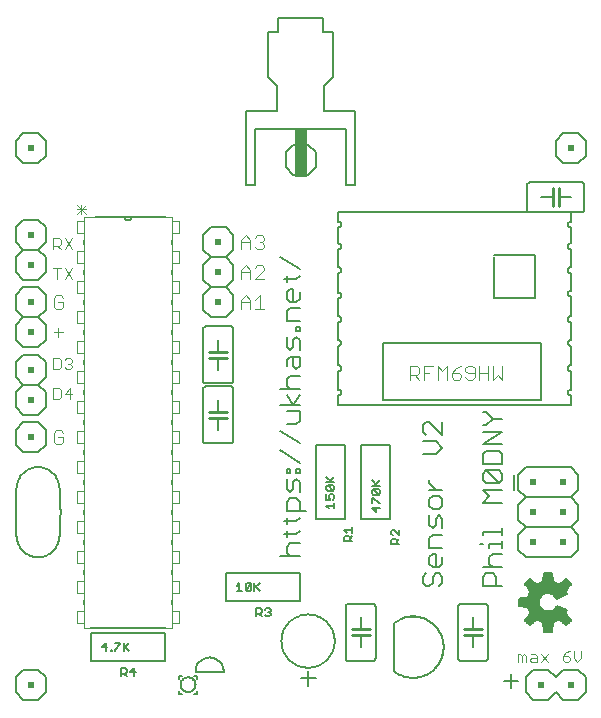
<source format=gto>
G75*
%MOIN*%
%OFA0B0*%
%FSLAX24Y24*%
%IPPOS*%
%LPD*%
%AMOC8*
5,1,8,0,0,1.08239X$1,22.5*
%
%ADD10C,0.0060*%
%ADD11C,0.0030*%
%ADD12C,0.0040*%
%ADD13C,0.0050*%
%ADD14C,0.0080*%
%ADD15R,0.0200X0.0200*%
%ADD16C,0.0000*%
%ADD17C,0.0100*%
%ADD18R,0.0394X0.1604*%
%ADD19C,0.0059*%
D10*
X003420Y003830D02*
X005940Y003830D01*
X006160Y004610D02*
X006160Y004750D01*
X006160Y005610D02*
X006160Y005750D01*
X006160Y006610D02*
X006160Y006750D01*
X006160Y007610D02*
X006160Y007750D01*
X006160Y008610D02*
X006160Y008750D01*
X006160Y009610D02*
X006160Y009750D01*
X006160Y010610D02*
X006160Y010750D01*
X006160Y011610D02*
X006160Y011750D01*
X006160Y012610D02*
X006160Y012750D01*
X006160Y013610D02*
X006160Y013750D01*
X006160Y014610D02*
X006160Y014750D01*
X006160Y015610D02*
X006160Y015750D01*
X006160Y016610D02*
X006160Y016750D01*
X005940Y017530D02*
X004800Y017530D01*
X004560Y017530D01*
X003590Y017530D01*
X003200Y016750D02*
X003200Y016610D01*
X003200Y015750D02*
X003200Y015610D01*
X003200Y014750D02*
X003200Y014610D01*
X003200Y013750D02*
X003200Y013610D01*
X003200Y012750D02*
X003200Y012610D01*
X003200Y011750D02*
X003200Y011610D01*
X003200Y010750D02*
X003200Y010610D01*
X003200Y009750D02*
X003200Y009610D01*
X003200Y008750D02*
X003200Y008610D01*
X003200Y007750D02*
X003200Y007610D01*
X003200Y006750D02*
X003200Y006610D01*
X003200Y005750D02*
X003200Y005610D01*
X003200Y004750D02*
X003200Y004610D01*
X006380Y002230D02*
X006380Y002130D01*
X006380Y002230D02*
X006480Y002230D01*
X006430Y001930D02*
X006432Y001961D01*
X006438Y001992D01*
X006448Y002022D01*
X006461Y002050D01*
X006478Y002077D01*
X006498Y002101D01*
X006521Y002123D01*
X006546Y002141D01*
X006574Y002156D01*
X006603Y002168D01*
X006633Y002176D01*
X006664Y002180D01*
X006696Y002180D01*
X006727Y002176D01*
X006757Y002168D01*
X006786Y002156D01*
X006814Y002141D01*
X006839Y002123D01*
X006862Y002101D01*
X006882Y002077D01*
X006899Y002050D01*
X006912Y002022D01*
X006922Y001992D01*
X006928Y001961D01*
X006930Y001930D01*
X006928Y001899D01*
X006922Y001868D01*
X006912Y001838D01*
X006899Y001810D01*
X006882Y001783D01*
X006862Y001759D01*
X006839Y001737D01*
X006814Y001719D01*
X006786Y001704D01*
X006757Y001692D01*
X006727Y001684D01*
X006696Y001680D01*
X006664Y001680D01*
X006633Y001684D01*
X006603Y001692D01*
X006574Y001704D01*
X006546Y001719D01*
X006521Y001737D01*
X006498Y001759D01*
X006478Y001783D01*
X006461Y001810D01*
X006448Y001838D01*
X006438Y001868D01*
X006432Y001899D01*
X006430Y001930D01*
X006380Y001730D02*
X006380Y001630D01*
X006480Y001630D01*
X006880Y001630D02*
X006980Y001630D01*
X006980Y001730D01*
X006980Y002130D02*
X006980Y002230D01*
X006880Y002230D01*
X010430Y002150D02*
X010930Y002150D01*
X010430Y002150D01*
X010680Y001900D02*
X010680Y002400D01*
X010680Y001900D01*
X011930Y002830D02*
X011930Y004530D01*
X011932Y004547D01*
X011936Y004564D01*
X011943Y004580D01*
X011953Y004594D01*
X011966Y004607D01*
X011980Y004617D01*
X011996Y004624D01*
X012013Y004628D01*
X012030Y004630D01*
X012830Y004630D01*
X012847Y004628D01*
X012864Y004624D01*
X012880Y004617D01*
X012894Y004607D01*
X012907Y004594D01*
X012917Y004580D01*
X012924Y004564D01*
X012928Y004547D01*
X012930Y004530D01*
X012930Y002830D01*
X012928Y002813D01*
X012924Y002796D01*
X012917Y002780D01*
X012907Y002766D01*
X012894Y002753D01*
X012880Y002743D01*
X012864Y002736D01*
X012847Y002732D01*
X012830Y002730D01*
X012030Y002730D01*
X012013Y002732D01*
X011996Y002736D01*
X011980Y002743D01*
X011966Y002753D01*
X011953Y002766D01*
X011943Y002780D01*
X011936Y002796D01*
X011932Y002813D01*
X011930Y002830D01*
X012430Y003180D02*
X012430Y003530D01*
X012430Y003580D01*
X012430Y003780D02*
X012430Y003830D01*
X012430Y004180D01*
X013560Y003990D02*
X013560Y002370D01*
X013560Y003090D02*
X013560Y003250D01*
X013740Y004110D02*
X013798Y004136D01*
X013857Y004157D01*
X013918Y004175D01*
X013979Y004189D01*
X014042Y004199D01*
X014104Y004205D01*
X014168Y004208D01*
X014231Y004207D01*
X014294Y004201D01*
X014356Y004192D01*
X014418Y004179D01*
X014479Y004162D01*
X014539Y004142D01*
X014597Y004118D01*
X014654Y004090D01*
X014709Y004059D01*
X014761Y004024D01*
X014812Y003986D01*
X014860Y003946D01*
X014906Y003902D01*
X014949Y003856D01*
X014989Y003807D01*
X015026Y003755D01*
X015059Y003702D01*
X015090Y003647D01*
X015116Y003589D01*
X015140Y003531D01*
X015159Y003471D01*
X015175Y003409D01*
X015187Y003347D01*
X015195Y003285D01*
X015199Y003222D01*
X015200Y003159D01*
X015196Y003096D01*
X015189Y003033D01*
X015178Y002971D01*
X015162Y002909D01*
X015144Y002849D01*
X015121Y002790D01*
X015095Y002732D01*
X015065Y002677D01*
X015033Y002623D01*
X014996Y002571D01*
X014957Y002522D01*
X014915Y002475D01*
X014870Y002431D01*
X014822Y002389D01*
X014772Y002351D01*
X014719Y002316D01*
X014664Y002284D01*
X014608Y002256D01*
X014550Y002231D01*
X014491Y002210D01*
X014430Y002192D01*
X014368Y002178D01*
X014306Y002168D01*
X014243Y002162D01*
X014180Y002160D01*
X013560Y002370D02*
X013612Y002333D01*
X013665Y002300D01*
X013720Y002269D01*
X013778Y002243D01*
X013836Y002219D01*
X013896Y002200D01*
X013957Y002184D01*
X014019Y002172D01*
X014082Y002164D01*
X014145Y002160D01*
X014208Y002159D01*
X014271Y002163D01*
X014334Y002170D01*
X014396Y002182D01*
X014457Y002197D01*
X014517Y002216D01*
X014576Y002238D01*
X014634Y002264D01*
X014689Y002294D01*
X014743Y002327D01*
X014795Y002363D01*
X014844Y002403D01*
X014891Y002445D01*
X014935Y002490D01*
X014976Y002538D01*
X015014Y002588D01*
X015049Y002641D01*
X015081Y002695D01*
X015109Y002752D01*
X015134Y002810D01*
X015155Y002869D01*
X015172Y002930D01*
X015185Y002992D01*
X015195Y003054D01*
X015201Y003117D01*
X015203Y003180D01*
X015201Y003243D01*
X015195Y003306D01*
X015185Y003368D01*
X015172Y003430D01*
X015155Y003491D01*
X015134Y003550D01*
X015109Y003608D01*
X015081Y003665D01*
X015049Y003719D01*
X015014Y003772D01*
X014976Y003822D01*
X014935Y003870D01*
X014891Y003915D01*
X014844Y003957D01*
X014795Y003997D01*
X014743Y004033D01*
X014689Y004066D01*
X014634Y004096D01*
X014576Y004122D01*
X014517Y004144D01*
X014457Y004163D01*
X014396Y004178D01*
X014334Y004190D01*
X014271Y004197D01*
X014208Y004201D01*
X014145Y004200D01*
X014082Y004196D01*
X014019Y004188D01*
X013957Y004176D01*
X013896Y004160D01*
X013836Y004141D01*
X013778Y004117D01*
X013720Y004091D01*
X013665Y004060D01*
X013612Y004027D01*
X013560Y003990D01*
X013730Y002260D02*
X013784Y002237D01*
X013838Y002217D01*
X013894Y002200D01*
X013950Y002185D01*
X014007Y002174D01*
X014065Y002166D01*
X014122Y002162D01*
X014180Y002160D01*
X015680Y002830D02*
X015680Y004530D01*
X015682Y004547D01*
X015686Y004564D01*
X015693Y004580D01*
X015703Y004594D01*
X015716Y004607D01*
X015730Y004617D01*
X015746Y004624D01*
X015763Y004628D01*
X015780Y004630D01*
X016580Y004630D01*
X016597Y004628D01*
X016614Y004624D01*
X016630Y004617D01*
X016644Y004607D01*
X016657Y004594D01*
X016667Y004580D01*
X016674Y004564D01*
X016678Y004547D01*
X016680Y004530D01*
X016680Y002830D01*
X016678Y002813D01*
X016674Y002796D01*
X016667Y002780D01*
X016657Y002766D01*
X016644Y002753D01*
X016630Y002743D01*
X016614Y002736D01*
X016597Y002732D01*
X016580Y002730D01*
X015780Y002730D01*
X015763Y002732D01*
X015746Y002736D01*
X015730Y002743D01*
X015716Y002753D01*
X015703Y002766D01*
X015693Y002780D01*
X015686Y002796D01*
X015682Y002813D01*
X015680Y002830D01*
X016180Y003180D02*
X016180Y003530D01*
X016180Y003580D01*
X016180Y003780D02*
X016180Y003830D01*
X016180Y004180D01*
X016509Y005210D02*
X016509Y005530D01*
X016616Y005637D01*
X016830Y005637D01*
X016936Y005530D01*
X016936Y005210D01*
X017150Y005210D02*
X016509Y005210D01*
X016509Y005855D02*
X017150Y005855D01*
X017150Y006282D02*
X016830Y006282D01*
X016723Y006175D01*
X016723Y005961D01*
X016830Y005855D01*
X016723Y006499D02*
X016723Y006606D01*
X017150Y006606D01*
X017150Y006499D02*
X017150Y006713D01*
X017150Y006929D02*
X017150Y007142D01*
X017150Y007036D02*
X016509Y007036D01*
X016509Y006929D01*
X016509Y006606D02*
X016403Y006606D01*
X016509Y008003D02*
X016723Y008217D01*
X016509Y008430D01*
X017150Y008430D01*
X017043Y008648D02*
X016616Y009075D01*
X017043Y009075D01*
X017150Y008968D01*
X017150Y008754D01*
X017043Y008648D01*
X016616Y008648D01*
X016509Y008754D01*
X016509Y008968D01*
X016616Y009075D01*
X016509Y009292D02*
X016509Y009612D01*
X016616Y009719D01*
X017043Y009719D01*
X017150Y009612D01*
X017150Y009292D01*
X016509Y009292D01*
X016509Y009937D02*
X017150Y010364D01*
X016509Y010364D01*
X016509Y010581D02*
X016616Y010581D01*
X016830Y010795D01*
X017150Y010795D01*
X016830Y010795D02*
X016616Y011008D01*
X016509Y011008D01*
X016509Y009937D02*
X017150Y009937D01*
X017150Y008003D02*
X016509Y008003D01*
X015150Y007895D02*
X015150Y008108D01*
X015043Y008215D01*
X014830Y008215D01*
X014723Y008108D01*
X014723Y007895D01*
X014830Y007788D01*
X015043Y007788D01*
X015150Y007895D01*
X015043Y007571D02*
X014936Y007464D01*
X014936Y007250D01*
X014830Y007144D01*
X014723Y007250D01*
X014723Y007571D01*
X015043Y007571D02*
X015150Y007464D01*
X015150Y007144D01*
X015150Y006926D02*
X014830Y006926D01*
X014723Y006819D01*
X014723Y006499D01*
X015150Y006499D01*
X014936Y006282D02*
X014936Y005855D01*
X014830Y005855D02*
X014723Y005961D01*
X014723Y006175D01*
X014830Y006282D01*
X014936Y006282D01*
X015150Y006175D02*
X015150Y005961D01*
X015043Y005855D01*
X014830Y005855D01*
X014936Y005637D02*
X015043Y005637D01*
X015150Y005530D01*
X015150Y005317D01*
X015043Y005210D01*
X014830Y005317D02*
X014830Y005530D01*
X014936Y005637D01*
X014616Y005637D02*
X014509Y005530D01*
X014509Y005317D01*
X014616Y005210D01*
X014723Y005210D01*
X014830Y005317D01*
X017444Y002294D02*
X017444Y001827D01*
X017677Y002060D02*
X017210Y002060D01*
X015150Y008433D02*
X014723Y008433D01*
X014723Y008646D02*
X014723Y008753D01*
X014723Y008646D02*
X014936Y008433D01*
X014936Y009614D02*
X014509Y009614D01*
X014509Y010041D02*
X014936Y010041D01*
X015150Y009828D01*
X014936Y009614D01*
X015150Y010259D02*
X014723Y010686D01*
X014616Y010686D01*
X014509Y010579D01*
X014509Y010366D01*
X014616Y010259D01*
X015150Y010259D02*
X015150Y010686D01*
X010614Y007714D02*
X009973Y007714D01*
X009973Y008034D01*
X010080Y008141D01*
X010293Y008141D01*
X010400Y008034D01*
X010400Y007714D01*
X010400Y007498D02*
X010293Y007391D01*
X009866Y007391D01*
X009973Y007284D02*
X009973Y007498D01*
X009973Y007068D02*
X009973Y006855D01*
X009866Y006961D02*
X010293Y006961D01*
X010400Y007068D01*
X010400Y006637D02*
X010080Y006637D01*
X009973Y006530D01*
X009973Y006317D01*
X010080Y006210D01*
X010400Y006210D02*
X009759Y006210D01*
X010080Y008358D02*
X009973Y008465D01*
X009973Y008786D01*
X009973Y009003D02*
X010080Y009003D01*
X010080Y009110D01*
X009973Y009110D01*
X009973Y009003D01*
X010293Y009003D02*
X010400Y009003D01*
X010400Y009110D01*
X010293Y009110D01*
X010293Y009003D01*
X010293Y008786D02*
X010186Y008679D01*
X010186Y008465D01*
X010080Y008358D01*
X010400Y008358D02*
X010400Y008679D01*
X010293Y008786D01*
X010400Y009325D02*
X009759Y009752D01*
X009759Y010397D02*
X010400Y009970D01*
X010293Y010614D02*
X009973Y010614D01*
X010293Y010614D02*
X010400Y010721D01*
X010400Y011041D01*
X009973Y011041D01*
X010186Y011259D02*
X009973Y011579D01*
X010080Y011796D02*
X009973Y011903D01*
X009973Y012116D01*
X010080Y012223D01*
X010400Y012223D01*
X010293Y012441D02*
X010186Y012547D01*
X010186Y012868D01*
X010080Y012868D02*
X010400Y012868D01*
X010400Y012547D01*
X010293Y012441D01*
X009973Y012761D02*
X010080Y012868D01*
X009973Y012761D02*
X009973Y012547D01*
X010080Y013085D02*
X009973Y013192D01*
X009973Y013512D01*
X010186Y013405D02*
X010186Y013192D01*
X010080Y013085D01*
X010400Y013085D02*
X010400Y013405D01*
X010293Y013512D01*
X010186Y013405D01*
X010293Y013730D02*
X010293Y013837D01*
X010400Y013837D01*
X010400Y013730D01*
X010293Y013730D01*
X010400Y014052D02*
X009973Y014052D01*
X009973Y014372D01*
X010080Y014479D01*
X010400Y014479D01*
X010293Y014697D02*
X010080Y014697D01*
X009973Y014803D01*
X009973Y015017D01*
X010080Y015124D01*
X010186Y015124D01*
X010186Y014697D01*
X010293Y014697D02*
X010400Y014803D01*
X010400Y015017D01*
X010293Y015448D02*
X009866Y015448D01*
X009973Y015341D02*
X009973Y015555D01*
X010293Y015448D02*
X010400Y015555D01*
X010400Y015771D02*
X009759Y016198D01*
X008080Y013880D02*
X007280Y013880D01*
X007263Y013878D01*
X007246Y013874D01*
X007230Y013867D01*
X007216Y013857D01*
X007203Y013844D01*
X007193Y013830D01*
X007186Y013814D01*
X007182Y013797D01*
X007180Y013780D01*
X007180Y012080D01*
X007182Y012063D01*
X007186Y012046D01*
X007193Y012030D01*
X007203Y012016D01*
X007216Y012003D01*
X007230Y011993D01*
X007246Y011986D01*
X007263Y011982D01*
X007280Y011980D01*
X008080Y011980D01*
X008097Y011982D01*
X008114Y011986D01*
X008130Y011993D01*
X008144Y012003D01*
X008157Y012016D01*
X008167Y012030D01*
X008174Y012046D01*
X008178Y012063D01*
X008180Y012080D01*
X008180Y013780D01*
X008178Y013797D01*
X008174Y013814D01*
X008167Y013830D01*
X008157Y013844D01*
X008144Y013857D01*
X008130Y013867D01*
X008114Y013874D01*
X008097Y013878D01*
X008080Y013880D01*
X007680Y013430D02*
X007680Y013080D01*
X007680Y013030D01*
X007680Y012830D02*
X007680Y012780D01*
X007680Y012430D01*
X007280Y011880D02*
X008080Y011880D01*
X008097Y011878D01*
X008114Y011874D01*
X008130Y011867D01*
X008144Y011857D01*
X008157Y011844D01*
X008167Y011830D01*
X008174Y011814D01*
X008178Y011797D01*
X008180Y011780D01*
X008180Y010080D01*
X008178Y010063D01*
X008174Y010046D01*
X008167Y010030D01*
X008157Y010016D01*
X008144Y010003D01*
X008130Y009993D01*
X008114Y009986D01*
X008097Y009982D01*
X008080Y009980D01*
X007280Y009980D01*
X007263Y009982D01*
X007246Y009986D01*
X007230Y009993D01*
X007216Y010003D01*
X007203Y010016D01*
X007193Y010030D01*
X007186Y010046D01*
X007182Y010063D01*
X007180Y010080D01*
X007180Y011780D01*
X007182Y011797D01*
X007186Y011814D01*
X007193Y011830D01*
X007203Y011844D01*
X007216Y011857D01*
X007230Y011867D01*
X007246Y011874D01*
X007263Y011878D01*
X007280Y011880D01*
X007680Y011430D02*
X007680Y011080D01*
X007680Y011030D01*
X007680Y010830D02*
X007680Y010780D01*
X007680Y010430D01*
X009759Y011259D02*
X010400Y011259D01*
X010186Y011259D02*
X010400Y011579D01*
X010400Y011796D02*
X009759Y011796D01*
X004800Y017530D02*
X004798Y017509D01*
X004793Y017489D01*
X004784Y017470D01*
X004772Y017453D01*
X004757Y017438D01*
X004740Y017426D01*
X004721Y017417D01*
X004701Y017412D01*
X004680Y017410D01*
X004659Y017412D01*
X004639Y017417D01*
X004620Y017426D01*
X004603Y017438D01*
X004588Y017453D01*
X004576Y017470D01*
X004567Y017489D01*
X004562Y017509D01*
X004560Y017530D01*
X010680Y004270D02*
X010622Y004268D01*
X010564Y004262D01*
X010507Y004253D01*
X010451Y004240D01*
X010396Y004223D01*
X010341Y004203D01*
X010289Y004179D01*
X010238Y004151D01*
X010188Y004121D01*
X010141Y004087D01*
X010096Y004050D01*
X010054Y004011D01*
X010015Y003969D01*
X009978Y003924D01*
X009944Y003877D01*
X009914Y003828D01*
X009886Y003776D01*
X009862Y003724D01*
X009842Y003669D01*
X009825Y003614D01*
X009812Y003558D01*
X009803Y003501D01*
X009797Y003443D01*
X009795Y003385D01*
X009797Y003327D01*
X009803Y003269D01*
X009812Y003212D01*
X009825Y003156D01*
X009842Y003101D01*
X009862Y003046D01*
X009886Y002994D01*
X009914Y002943D01*
X009944Y002893D01*
X009978Y002846D01*
X010015Y002801D01*
X010054Y002759D01*
X010096Y002720D01*
X010141Y002683D01*
X010188Y002649D01*
X010237Y002619D01*
X010289Y002591D01*
X010341Y002567D01*
X010396Y002547D01*
X010451Y002530D01*
X010507Y002517D01*
X010564Y002508D01*
X010622Y002502D01*
X010680Y002500D01*
X010738Y002502D01*
X010796Y002508D01*
X010853Y002517D01*
X010909Y002530D01*
X010964Y002547D01*
X011019Y002567D01*
X011071Y002591D01*
X011123Y002619D01*
X011172Y002649D01*
X011219Y002683D01*
X011264Y002720D01*
X011306Y002759D01*
X011345Y002801D01*
X011382Y002846D01*
X011416Y002893D01*
X011446Y002943D01*
X011474Y002994D01*
X011498Y003046D01*
X011518Y003101D01*
X011535Y003156D01*
X011548Y003212D01*
X011557Y003269D01*
X011563Y003327D01*
X011565Y003385D01*
X011563Y003443D01*
X011557Y003501D01*
X011548Y003558D01*
X011535Y003614D01*
X011518Y003669D01*
X011498Y003724D01*
X011474Y003776D01*
X011446Y003828D01*
X011416Y003877D01*
X011382Y003924D01*
X011345Y003969D01*
X011306Y004011D01*
X011264Y004050D01*
X011219Y004087D01*
X011172Y004121D01*
X011122Y004151D01*
X011071Y004179D01*
X011019Y004203D01*
X010964Y004223D01*
X010909Y004240D01*
X010853Y004253D01*
X010796Y004262D01*
X010738Y004268D01*
X010680Y004270D01*
X010622Y004268D01*
X010564Y004262D01*
X010507Y004253D01*
X010451Y004240D01*
X010396Y004223D01*
X010341Y004203D01*
X010289Y004179D01*
X010238Y004151D01*
X010188Y004121D01*
X010141Y004087D01*
X010096Y004050D01*
X010054Y004011D01*
X010015Y003969D01*
X009978Y003924D01*
X009944Y003877D01*
X009914Y003828D01*
X009886Y003776D01*
X009862Y003724D01*
X009842Y003669D01*
X009825Y003614D01*
X009812Y003558D01*
X009803Y003501D01*
X009797Y003443D01*
X009795Y003385D01*
X009797Y003327D01*
X009803Y003269D01*
X009812Y003212D01*
X009825Y003156D01*
X009842Y003101D01*
X009862Y003046D01*
X009886Y002994D01*
X009914Y002943D01*
X009944Y002893D01*
X009978Y002846D01*
X010015Y002801D01*
X010054Y002759D01*
X010096Y002720D01*
X010141Y002683D01*
X010188Y002649D01*
X010237Y002619D01*
X010289Y002591D01*
X010341Y002567D01*
X010396Y002547D01*
X010451Y002530D01*
X010507Y002517D01*
X010564Y002508D01*
X010622Y002502D01*
X010680Y002500D01*
X010738Y002502D01*
X010796Y002508D01*
X010853Y002517D01*
X010909Y002530D01*
X010964Y002547D01*
X011019Y002567D01*
X011071Y002591D01*
X011123Y002619D01*
X011172Y002649D01*
X011219Y002683D01*
X011264Y002720D01*
X011306Y002759D01*
X011345Y002801D01*
X011382Y002846D01*
X011416Y002893D01*
X011446Y002943D01*
X011474Y002994D01*
X011498Y003046D01*
X011518Y003101D01*
X011535Y003156D01*
X011548Y003212D01*
X011557Y003269D01*
X011563Y003327D01*
X011565Y003385D01*
X011563Y003443D01*
X011557Y003501D01*
X011548Y003558D01*
X011535Y003614D01*
X011518Y003669D01*
X011498Y003724D01*
X011474Y003776D01*
X011446Y003828D01*
X011416Y003877D01*
X011382Y003924D01*
X011345Y003969D01*
X011306Y004011D01*
X011264Y004050D01*
X011219Y004087D01*
X011172Y004121D01*
X011122Y004151D01*
X011071Y004179D01*
X011019Y004203D01*
X010964Y004223D01*
X010909Y004240D01*
X010853Y004253D01*
X010796Y004262D01*
X010738Y004268D01*
X010680Y004270D01*
X018080Y017680D02*
X019780Y017680D01*
X019797Y017682D01*
X019814Y017686D01*
X019830Y017693D01*
X019844Y017703D01*
X019857Y017716D01*
X019867Y017730D01*
X019874Y017746D01*
X019878Y017763D01*
X019880Y017780D01*
X019880Y018580D01*
X019878Y018597D01*
X019874Y018614D01*
X019867Y018630D01*
X019857Y018644D01*
X019844Y018657D01*
X019830Y018667D01*
X019814Y018674D01*
X019797Y018678D01*
X019780Y018680D01*
X018080Y018680D01*
X018063Y018678D01*
X018046Y018674D01*
X018030Y018667D01*
X018016Y018657D01*
X018003Y018644D01*
X017993Y018630D01*
X017986Y018614D01*
X017982Y018597D01*
X017980Y018580D01*
X017980Y017780D01*
X017982Y017763D01*
X017986Y017746D01*
X017993Y017730D01*
X018003Y017716D01*
X018016Y017703D01*
X018030Y017693D01*
X018046Y017686D01*
X018063Y017682D01*
X018080Y017680D01*
X018430Y018180D02*
X018780Y018180D01*
X018830Y018180D01*
X019030Y018180D02*
X019080Y018180D01*
X019430Y018180D01*
D11*
X019415Y003065D02*
X019292Y003004D01*
X019168Y002880D01*
X019353Y002880D01*
X019415Y002818D01*
X019415Y002757D01*
X019353Y002695D01*
X019230Y002695D01*
X019168Y002757D01*
X019168Y002880D01*
X019537Y002818D02*
X019660Y002695D01*
X019783Y002818D01*
X019783Y003065D01*
X019537Y003065D02*
X019537Y002818D01*
X018679Y002695D02*
X018432Y002942D01*
X018310Y002880D02*
X018310Y002695D01*
X018125Y002695D01*
X018063Y002757D01*
X018125Y002818D01*
X018310Y002818D01*
X018310Y002880D02*
X018248Y002942D01*
X018125Y002942D01*
X017942Y002880D02*
X017942Y002695D01*
X017818Y002695D02*
X017818Y002880D01*
X017880Y002942D01*
X017942Y002880D01*
X017818Y002880D02*
X017757Y002942D01*
X017695Y002942D01*
X017695Y002695D01*
X018432Y002695D02*
X018679Y002942D01*
X003279Y017613D02*
X002965Y017927D01*
X003279Y017613D01*
X003122Y017613D02*
X003122Y017927D01*
X003122Y017613D01*
X002965Y017613D02*
X003279Y017927D01*
X002965Y017613D01*
X002965Y017770D02*
X003279Y017770D01*
X002965Y017770D01*
X002810Y016815D02*
X002563Y016445D01*
X002442Y016445D02*
X002318Y016568D01*
X002380Y016568D02*
X002195Y016568D01*
X002195Y016445D02*
X002195Y016815D01*
X002380Y016815D01*
X002442Y016754D01*
X002442Y016630D01*
X002380Y016568D01*
X002563Y016815D02*
X002810Y016445D01*
X002810Y015815D02*
X002563Y015445D01*
X002318Y015445D02*
X002318Y015815D01*
X002195Y015815D02*
X002442Y015815D01*
X002563Y015815D02*
X002810Y015445D01*
X002748Y012815D02*
X002810Y012754D01*
X002810Y012692D01*
X002748Y012630D01*
X002810Y012568D01*
X002810Y012507D01*
X002748Y012445D01*
X002625Y012445D01*
X002563Y012507D01*
X002442Y012507D02*
X002442Y012754D01*
X002380Y012815D01*
X002195Y012815D01*
X002195Y012445D01*
X002380Y012445D01*
X002442Y012507D01*
X002687Y012630D02*
X002748Y012630D01*
X002748Y012815D02*
X002625Y012815D01*
X002563Y012754D01*
X002380Y011815D02*
X002195Y011815D01*
X002195Y011445D01*
X002380Y011445D01*
X002442Y011507D01*
X002442Y011754D01*
X002380Y011815D01*
X002563Y011630D02*
X002810Y011630D01*
X002748Y011445D02*
X002748Y011815D01*
X002563Y011630D01*
D12*
X002430Y010410D02*
X002277Y010410D01*
X002200Y010334D01*
X002200Y010027D01*
X002277Y009950D01*
X002430Y009950D01*
X002507Y010027D01*
X002507Y010180D01*
X002353Y010180D01*
X002507Y010334D02*
X002430Y010410D01*
X002353Y013527D02*
X002353Y013834D01*
X002200Y013680D02*
X002507Y013680D01*
X002430Y014450D02*
X002277Y014450D01*
X002200Y014527D01*
X002200Y014834D01*
X002277Y014910D01*
X002430Y014910D01*
X002507Y014834D01*
X002507Y014680D02*
X002353Y014680D01*
X002507Y014680D02*
X002507Y014527D01*
X002430Y014450D01*
X008450Y014450D02*
X008450Y014757D01*
X008603Y014910D01*
X008757Y014757D01*
X008757Y014450D01*
X008910Y014450D02*
X009217Y014450D01*
X009064Y014450D02*
X009064Y014910D01*
X008910Y014757D01*
X008757Y014680D02*
X008450Y014680D01*
X008450Y015450D02*
X008450Y015757D01*
X008603Y015910D01*
X008757Y015757D01*
X008757Y015450D01*
X008910Y015450D02*
X009217Y015757D01*
X009217Y015834D01*
X009141Y015910D01*
X008987Y015910D01*
X008910Y015834D01*
X008757Y015680D02*
X008450Y015680D01*
X008910Y015450D02*
X009217Y015450D01*
X009141Y016450D02*
X008987Y016450D01*
X008910Y016527D01*
X008757Y016450D02*
X008757Y016757D01*
X008603Y016910D01*
X008450Y016757D01*
X008450Y016450D01*
X008450Y016680D02*
X008757Y016680D01*
X008910Y016834D02*
X008987Y016910D01*
X009141Y016910D01*
X009217Y016834D01*
X009217Y016757D01*
X009141Y016680D01*
X009217Y016603D01*
X009217Y016527D01*
X009141Y016450D01*
X009141Y016680D02*
X009064Y016680D01*
X014086Y012555D02*
X014086Y012094D01*
X014086Y012248D02*
X014316Y012248D01*
X014392Y012324D01*
X014392Y012478D01*
X014316Y012555D01*
X014086Y012555D01*
X014239Y012248D02*
X014392Y012094D01*
X014546Y012094D02*
X014546Y012555D01*
X014853Y012555D01*
X015006Y012555D02*
X015160Y012401D01*
X015313Y012555D01*
X015313Y012094D01*
X015467Y012171D02*
X015543Y012094D01*
X015697Y012094D01*
X015774Y012171D01*
X015774Y012248D01*
X015697Y012324D01*
X015467Y012324D01*
X015467Y012171D01*
X015467Y012324D02*
X015620Y012478D01*
X015774Y012555D01*
X015927Y012478D02*
X015927Y012401D01*
X016004Y012324D01*
X016234Y012324D01*
X016234Y012171D02*
X016234Y012478D01*
X016157Y012555D01*
X016004Y012555D01*
X015927Y012478D01*
X015927Y012171D02*
X016004Y012094D01*
X016157Y012094D01*
X016234Y012171D01*
X016387Y012094D02*
X016387Y012555D01*
X016387Y012324D02*
X016694Y012324D01*
X016694Y012094D02*
X016694Y012555D01*
X016848Y012555D02*
X016848Y012094D01*
X017001Y012248D01*
X017155Y012094D01*
X017155Y012555D01*
X015006Y012555D02*
X015006Y012094D01*
X014699Y012324D02*
X014546Y012324D01*
D13*
X013180Y011430D02*
X018430Y011430D01*
X018430Y013305D01*
X013180Y013305D01*
X013180Y011430D01*
X011693Y011570D02*
X011693Y011256D01*
X019430Y011256D01*
X019430Y011570D01*
X019412Y011572D01*
X019395Y011577D01*
X019378Y011585D01*
X019364Y011596D01*
X019352Y011609D01*
X019342Y011624D01*
X019336Y011641D01*
X019332Y011659D01*
X019332Y011677D01*
X019336Y011695D01*
X019342Y011712D01*
X019352Y011727D01*
X019364Y011740D01*
X019378Y011751D01*
X019395Y011759D01*
X019412Y011764D01*
X019430Y011766D01*
X019430Y011767D02*
X019430Y012382D01*
X019430Y012383D02*
X019412Y012385D01*
X019395Y012390D01*
X019378Y012398D01*
X019364Y012409D01*
X019352Y012422D01*
X019342Y012437D01*
X019336Y012454D01*
X019332Y012472D01*
X019332Y012490D01*
X019336Y012508D01*
X019342Y012525D01*
X019352Y012540D01*
X019364Y012553D01*
X019378Y012564D01*
X019395Y012572D01*
X019412Y012577D01*
X019430Y012579D01*
X019430Y013232D01*
X019430Y013233D02*
X019412Y013235D01*
X019395Y013240D01*
X019378Y013248D01*
X019364Y013259D01*
X019352Y013272D01*
X019342Y013287D01*
X019336Y013304D01*
X019332Y013322D01*
X019332Y013340D01*
X019336Y013358D01*
X019342Y013375D01*
X019352Y013390D01*
X019364Y013403D01*
X019378Y013414D01*
X019395Y013422D01*
X019412Y013427D01*
X019430Y013429D01*
X019430Y014020D01*
X019412Y014022D01*
X019395Y014027D01*
X019378Y014035D01*
X019364Y014046D01*
X019352Y014059D01*
X019342Y014074D01*
X019336Y014091D01*
X019332Y014109D01*
X019332Y014127D01*
X019336Y014145D01*
X019342Y014162D01*
X019352Y014177D01*
X019364Y014190D01*
X019378Y014201D01*
X019395Y014209D01*
X019412Y014214D01*
X019430Y014216D01*
X019430Y014869D01*
X019430Y014870D02*
X019412Y014872D01*
X019395Y014877D01*
X019378Y014885D01*
X019364Y014896D01*
X019352Y014909D01*
X019342Y014924D01*
X019336Y014941D01*
X019332Y014959D01*
X019332Y014977D01*
X019336Y014995D01*
X019342Y015012D01*
X019352Y015027D01*
X019364Y015040D01*
X019378Y015051D01*
X019395Y015059D01*
X019412Y015064D01*
X019430Y015066D01*
X019430Y015657D01*
X019412Y015659D01*
X019395Y015664D01*
X019378Y015672D01*
X019364Y015683D01*
X019352Y015696D01*
X019342Y015711D01*
X019336Y015728D01*
X019332Y015746D01*
X019332Y015764D01*
X019336Y015782D01*
X019342Y015799D01*
X019352Y015814D01*
X019364Y015827D01*
X019378Y015838D01*
X019395Y015846D01*
X019412Y015851D01*
X019430Y015853D01*
X019430Y015854D02*
X019430Y016444D01*
X019430Y016445D02*
X019412Y016447D01*
X019395Y016452D01*
X019378Y016460D01*
X019364Y016471D01*
X019352Y016484D01*
X019342Y016499D01*
X019336Y016516D01*
X019332Y016534D01*
X019332Y016552D01*
X019336Y016570D01*
X019342Y016587D01*
X019352Y016602D01*
X019364Y016615D01*
X019378Y016626D01*
X019395Y016634D01*
X019412Y016639D01*
X019430Y016641D01*
X019430Y017169D01*
X019430Y017170D02*
X019412Y017172D01*
X019395Y017177D01*
X019378Y017185D01*
X019364Y017196D01*
X019352Y017209D01*
X019342Y017224D01*
X019336Y017241D01*
X019332Y017259D01*
X019332Y017277D01*
X019336Y017295D01*
X019342Y017312D01*
X019352Y017327D01*
X019364Y017340D01*
X019378Y017351D01*
X019395Y017359D01*
X019412Y017364D01*
X019430Y017366D01*
X019430Y017680D01*
X011693Y017680D01*
X011693Y017366D01*
X011711Y017364D01*
X011728Y017359D01*
X011745Y017351D01*
X011759Y017340D01*
X011771Y017327D01*
X011781Y017312D01*
X011787Y017295D01*
X011791Y017277D01*
X011791Y017259D01*
X011787Y017241D01*
X011781Y017224D01*
X011771Y017209D01*
X011759Y017196D01*
X011745Y017185D01*
X011728Y017177D01*
X011711Y017172D01*
X011693Y017170D01*
X011693Y017169D02*
X011693Y016641D01*
X011711Y016639D01*
X011728Y016634D01*
X011745Y016626D01*
X011759Y016615D01*
X011771Y016602D01*
X011781Y016587D01*
X011787Y016570D01*
X011791Y016552D01*
X011791Y016534D01*
X011787Y016516D01*
X011781Y016499D01*
X011771Y016484D01*
X011759Y016471D01*
X011745Y016460D01*
X011728Y016452D01*
X011711Y016447D01*
X011693Y016445D01*
X011693Y016444D02*
X011693Y015854D01*
X011693Y015853D02*
X011711Y015851D01*
X011728Y015846D01*
X011745Y015838D01*
X011759Y015827D01*
X011771Y015814D01*
X011781Y015799D01*
X011787Y015782D01*
X011791Y015764D01*
X011791Y015746D01*
X011787Y015728D01*
X011781Y015711D01*
X011771Y015696D01*
X011759Y015683D01*
X011745Y015672D01*
X011728Y015664D01*
X011711Y015659D01*
X011693Y015657D01*
X011693Y015004D01*
X011693Y015003D02*
X011711Y015001D01*
X011728Y014996D01*
X011745Y014988D01*
X011759Y014977D01*
X011771Y014964D01*
X011781Y014949D01*
X011787Y014932D01*
X011791Y014914D01*
X011791Y014896D01*
X011787Y014878D01*
X011781Y014861D01*
X011771Y014846D01*
X011759Y014833D01*
X011745Y014822D01*
X011728Y014814D01*
X011711Y014809D01*
X011693Y014807D01*
X011693Y014216D01*
X011711Y014214D01*
X011728Y014209D01*
X011745Y014201D01*
X011759Y014190D01*
X011771Y014177D01*
X011781Y014162D01*
X011787Y014145D01*
X011791Y014127D01*
X011791Y014109D01*
X011787Y014091D01*
X011781Y014074D01*
X011771Y014059D01*
X011759Y014046D01*
X011745Y014035D01*
X011728Y014027D01*
X011711Y014022D01*
X011693Y014020D01*
X011693Y013429D01*
X011711Y013427D01*
X011728Y013422D01*
X011745Y013414D01*
X011759Y013403D01*
X011771Y013390D01*
X011781Y013375D01*
X011787Y013358D01*
X011791Y013340D01*
X011791Y013322D01*
X011787Y013304D01*
X011781Y013287D01*
X011771Y013272D01*
X011759Y013259D01*
X011745Y013248D01*
X011728Y013240D01*
X011711Y013235D01*
X011693Y013233D01*
X011693Y013232D02*
X011693Y012579D01*
X011711Y012577D01*
X011728Y012572D01*
X011745Y012564D01*
X011759Y012553D01*
X011771Y012540D01*
X011781Y012525D01*
X011787Y012508D01*
X011791Y012490D01*
X011791Y012472D01*
X011787Y012454D01*
X011781Y012437D01*
X011771Y012422D01*
X011759Y012409D01*
X011745Y012398D01*
X011728Y012390D01*
X011711Y012385D01*
X011693Y012383D01*
X011693Y012382D02*
X011693Y011767D01*
X011693Y011766D02*
X011711Y011764D01*
X011728Y011759D01*
X011745Y011751D01*
X011759Y011740D01*
X011771Y011727D01*
X011781Y011712D01*
X011787Y011695D01*
X011791Y011677D01*
X011791Y011659D01*
X011787Y011641D01*
X011781Y011624D01*
X011771Y011609D01*
X011759Y011596D01*
X011745Y011585D01*
X011728Y011577D01*
X011711Y011572D01*
X011693Y011570D01*
X011555Y008869D02*
X011420Y008734D01*
X011465Y008689D02*
X011285Y008869D01*
X011285Y008689D02*
X011555Y008689D01*
X011510Y008574D02*
X011555Y008529D01*
X011555Y008439D01*
X011510Y008394D01*
X011330Y008574D01*
X011510Y008574D01*
X011510Y008394D02*
X011330Y008394D01*
X011285Y008439D01*
X011285Y008529D01*
X011330Y008574D01*
X011285Y008280D02*
X011285Y008100D01*
X011420Y008100D01*
X011375Y008190D01*
X011375Y008235D01*
X011420Y008280D01*
X011510Y008280D01*
X011555Y008235D01*
X011555Y008145D01*
X011510Y008100D01*
X011555Y007985D02*
X011555Y007805D01*
X011555Y007895D02*
X011285Y007895D01*
X011375Y007805D01*
X011885Y007090D02*
X012155Y007090D01*
X012155Y007000D02*
X012155Y007180D01*
X011975Y007000D02*
X011885Y007090D01*
X011930Y006885D02*
X012020Y006885D01*
X012065Y006840D01*
X012065Y006705D01*
X012155Y006705D02*
X011885Y006705D01*
X011885Y006840D01*
X011930Y006885D01*
X012065Y006795D02*
X012155Y006885D01*
X012940Y007676D02*
X012805Y007812D01*
X013075Y007812D01*
X012940Y007857D02*
X012940Y007676D01*
X013030Y007971D02*
X013075Y007971D01*
X013030Y007971D02*
X012850Y008151D01*
X012805Y008151D01*
X012805Y007971D01*
X012850Y008266D02*
X012805Y008311D01*
X012805Y008401D01*
X012850Y008446D01*
X013030Y008266D01*
X013075Y008311D01*
X013075Y008401D01*
X013030Y008446D01*
X012850Y008446D01*
X012805Y008560D02*
X013075Y008560D01*
X012985Y008560D02*
X012805Y008741D01*
X012940Y008605D02*
X013075Y008741D01*
X013030Y008266D02*
X012850Y008266D01*
X013500Y007091D02*
X013455Y007045D01*
X013455Y006955D01*
X013500Y006910D01*
X013500Y006796D02*
X013455Y006751D01*
X013455Y006616D01*
X013725Y006616D01*
X013635Y006616D02*
X013635Y006751D01*
X013590Y006796D01*
X013500Y006796D01*
X013635Y006706D02*
X013725Y006796D01*
X013725Y006910D02*
X013545Y007091D01*
X013500Y007091D01*
X013725Y007091D02*
X013725Y006910D01*
X009430Y004430D02*
X009430Y004385D01*
X009385Y004340D01*
X009430Y004295D01*
X009430Y004250D01*
X009385Y004205D01*
X009295Y004205D01*
X009250Y004250D01*
X009135Y004205D02*
X009045Y004295D01*
X009090Y004295D02*
X008955Y004295D01*
X008955Y004205D02*
X008955Y004475D01*
X009090Y004475D01*
X009135Y004430D01*
X009135Y004340D01*
X009090Y004295D01*
X009250Y004430D02*
X009295Y004475D01*
X009385Y004475D01*
X009430Y004430D01*
X009385Y004340D02*
X009340Y004340D01*
X009074Y005055D02*
X008939Y005190D01*
X008894Y005145D02*
X009074Y005325D01*
X008894Y005325D02*
X008894Y005055D01*
X008780Y005100D02*
X008735Y005055D01*
X008645Y005055D01*
X008600Y005100D01*
X008780Y005280D01*
X008780Y005100D01*
X008780Y005280D02*
X008735Y005325D01*
X008645Y005325D01*
X008600Y005280D01*
X008600Y005100D01*
X008485Y005055D02*
X008305Y005055D01*
X008395Y005055D02*
X008395Y005325D01*
X008305Y005235D01*
X007868Y002368D02*
X006930Y002368D01*
X006932Y002410D01*
X006938Y002452D01*
X006947Y002493D01*
X006960Y002533D01*
X006976Y002571D01*
X006996Y002609D01*
X007020Y002644D01*
X007046Y002677D01*
X007075Y002707D01*
X007107Y002735D01*
X007141Y002759D01*
X007177Y002781D01*
X007215Y002799D01*
X007254Y002814D01*
X007295Y002825D01*
X007336Y002833D01*
X007378Y002837D01*
X007420Y002837D01*
X007462Y002833D01*
X007503Y002825D01*
X007544Y002814D01*
X007583Y002799D01*
X007621Y002781D01*
X007657Y002759D01*
X007691Y002735D01*
X007723Y002707D01*
X007752Y002677D01*
X007778Y002644D01*
X007802Y002609D01*
X007822Y002571D01*
X007838Y002533D01*
X007851Y002493D01*
X007860Y002452D01*
X007866Y002410D01*
X007868Y002368D01*
X004930Y002340D02*
X004750Y002340D01*
X004885Y002475D01*
X004885Y002205D01*
X004635Y002205D02*
X004545Y002295D01*
X004590Y002295D02*
X004455Y002295D01*
X004455Y002205D02*
X004455Y002475D01*
X004590Y002475D01*
X004635Y002430D01*
X004635Y002340D01*
X004590Y002295D01*
X004542Y003055D02*
X004542Y003325D01*
X004427Y003325D02*
X004427Y003280D01*
X004247Y003100D01*
X004247Y003055D01*
X004145Y003055D02*
X004100Y003055D01*
X004100Y003100D01*
X004145Y003100D01*
X004145Y003055D01*
X003940Y003055D02*
X003940Y003325D01*
X003805Y003190D01*
X003985Y003190D01*
X004247Y003325D02*
X004427Y003325D01*
X004587Y003190D02*
X004722Y003055D01*
X004542Y003145D02*
X004722Y003325D01*
X016868Y014805D02*
X018243Y014805D01*
X018243Y016243D01*
X016868Y016243D01*
X016868Y016180D02*
X016868Y014805D01*
D14*
X001680Y001430D02*
X001180Y001430D01*
X000930Y001680D01*
X000930Y002180D01*
X001180Y002430D01*
X001680Y002430D01*
X001930Y002180D01*
X001930Y001680D01*
X001680Y001430D01*
X003440Y002708D02*
X005920Y002708D01*
X005920Y003652D01*
X003440Y003652D01*
X003440Y002708D01*
X002380Y006780D02*
X002370Y006728D01*
X002356Y006677D01*
X002338Y006627D01*
X002317Y006579D01*
X002292Y006532D01*
X002264Y006488D01*
X002232Y006445D01*
X002198Y006405D01*
X002160Y006368D01*
X002120Y006334D01*
X002078Y006302D01*
X002033Y006274D01*
X001986Y006250D01*
X001938Y006229D01*
X001888Y006211D01*
X001837Y006198D01*
X001785Y006188D01*
X001733Y006182D01*
X001680Y006180D01*
X001627Y006182D01*
X001575Y006188D01*
X001523Y006198D01*
X001472Y006211D01*
X001422Y006229D01*
X001374Y006250D01*
X001327Y006274D01*
X001282Y006302D01*
X001240Y006334D01*
X001200Y006368D01*
X001162Y006405D01*
X001128Y006445D01*
X001096Y006488D01*
X001068Y006532D01*
X001043Y006579D01*
X001022Y006627D01*
X001004Y006677D01*
X000990Y006728D01*
X000980Y006780D01*
X002380Y006780D02*
X002398Y006959D01*
X002412Y007139D01*
X002422Y007319D01*
X002428Y007500D01*
X002430Y007680D01*
X002428Y007860D01*
X002422Y008041D01*
X002412Y008221D01*
X002398Y008401D01*
X002380Y008580D01*
X002370Y008632D01*
X002356Y008683D01*
X002338Y008733D01*
X002317Y008781D01*
X002292Y008828D01*
X002264Y008872D01*
X002232Y008915D01*
X002198Y008955D01*
X002160Y008992D01*
X002120Y009026D01*
X002078Y009058D01*
X002033Y009086D01*
X001986Y009110D01*
X001938Y009131D01*
X001888Y009149D01*
X001837Y009162D01*
X001785Y009172D01*
X001733Y009178D01*
X001680Y009180D01*
X001627Y009178D01*
X001575Y009172D01*
X001523Y009162D01*
X001472Y009149D01*
X001422Y009131D01*
X001374Y009110D01*
X001327Y009086D01*
X001282Y009058D01*
X001240Y009026D01*
X001200Y008992D01*
X001162Y008955D01*
X001128Y008915D01*
X001096Y008872D01*
X001068Y008828D01*
X001043Y008781D01*
X001022Y008733D01*
X001004Y008683D01*
X000990Y008632D01*
X000980Y008580D01*
X001180Y009680D02*
X001680Y009680D01*
X001930Y009930D01*
X001930Y010430D01*
X001680Y010680D01*
X001180Y010680D01*
X000930Y010430D01*
X000930Y009930D01*
X001180Y009680D01*
X001180Y010930D02*
X001680Y010930D01*
X001930Y011180D01*
X001930Y011680D01*
X001680Y011930D01*
X001180Y011930D01*
X000930Y011680D01*
X000930Y011180D01*
X001180Y010930D01*
X001180Y011930D02*
X001680Y011930D01*
X001930Y012180D01*
X001930Y012680D01*
X001680Y012930D01*
X001180Y012930D01*
X000930Y012680D01*
X000930Y012180D01*
X001180Y011930D01*
X001180Y013180D02*
X001680Y013180D01*
X001930Y013430D01*
X001930Y013930D01*
X001680Y014180D01*
X001180Y014180D01*
X000930Y013930D01*
X000930Y013430D01*
X001180Y013180D01*
X001180Y014180D02*
X001680Y014180D01*
X001930Y014430D01*
X001930Y014930D01*
X001680Y015180D01*
X001180Y015180D01*
X000930Y014930D01*
X000930Y014430D01*
X001180Y014180D01*
X001180Y015430D02*
X001680Y015430D01*
X001930Y015680D01*
X001930Y016180D01*
X001680Y016430D01*
X001930Y016680D01*
X001930Y017180D01*
X001680Y017430D01*
X001180Y017430D01*
X000930Y017180D01*
X000930Y016680D01*
X001180Y016430D01*
X001680Y016430D01*
X001180Y016430D01*
X000930Y016180D01*
X000930Y015680D01*
X001180Y015430D01*
X001180Y019305D02*
X001680Y019305D01*
X001930Y019555D01*
X001930Y020055D01*
X001680Y020305D01*
X001180Y020305D01*
X000930Y020055D01*
X000930Y019555D01*
X001180Y019305D01*
X007180Y016930D02*
X007180Y016430D01*
X007430Y016180D01*
X007930Y016180D01*
X008180Y016430D01*
X008180Y016930D01*
X007930Y017180D01*
X007430Y017180D01*
X007180Y016930D01*
X007430Y016180D02*
X007180Y015930D01*
X007180Y015430D01*
X007430Y015180D01*
X007930Y015180D01*
X008180Y015430D01*
X008180Y015930D01*
X007930Y016180D01*
X007430Y016180D01*
X007430Y015180D02*
X007180Y014930D01*
X007180Y014430D01*
X007430Y014180D01*
X007930Y014180D01*
X008180Y014430D01*
X008180Y014930D01*
X007930Y015180D01*
X007430Y015180D01*
X008599Y018599D02*
X008914Y018599D01*
X008914Y020469D01*
X011946Y020469D01*
X011946Y018599D01*
X012261Y018599D01*
X012261Y021040D01*
X012261Y020469D01*
X012261Y021040D02*
X011217Y021040D01*
X011217Y021887D01*
X011513Y022182D01*
X011513Y023678D01*
X011178Y023678D01*
X011178Y024141D01*
X009682Y024141D01*
X009682Y023678D01*
X009347Y023678D01*
X009347Y022182D01*
X009643Y021887D01*
X009643Y021040D01*
X008599Y021040D01*
X008599Y018599D01*
X009930Y019180D02*
X010180Y018930D01*
X010680Y018930D01*
X010930Y019180D01*
X010930Y019680D01*
X010680Y019930D01*
X010180Y019930D01*
X009930Y019680D01*
X009930Y019180D01*
X008599Y020469D02*
X008599Y021040D01*
X010958Y009920D02*
X011902Y009920D01*
X011902Y007440D01*
X010958Y007440D01*
X010958Y009920D01*
X012458Y009920D02*
X012458Y007440D01*
X013402Y007440D01*
X013402Y009920D01*
X012458Y009920D01*
X000980Y008580D02*
X000962Y008401D01*
X000948Y008221D01*
X000938Y008041D01*
X000932Y007860D01*
X000930Y007680D01*
X000932Y007500D01*
X000938Y007319D01*
X000948Y007139D01*
X000962Y006959D01*
X000980Y006780D01*
X007940Y005652D02*
X007940Y004708D01*
X010420Y004708D01*
X010420Y005652D01*
X007940Y005652D01*
X017680Y006430D02*
X017680Y006930D01*
X017930Y007180D01*
X019430Y007180D01*
X019680Y006930D01*
X019680Y006430D01*
X019430Y006180D01*
X017930Y006180D01*
X017680Y006430D01*
X017930Y007180D02*
X017680Y007430D01*
X017680Y007930D01*
X017930Y008180D01*
X019430Y008180D01*
X019680Y007930D01*
X019680Y007430D01*
X019430Y007180D01*
X019430Y008180D02*
X019680Y008430D01*
X019680Y008930D01*
X019430Y009180D01*
X017930Y009180D01*
X017680Y008930D01*
X017680Y008430D01*
X017930Y008180D01*
X017548Y008430D02*
X017548Y008930D01*
X018180Y002430D02*
X018680Y002430D01*
X018930Y002180D01*
X019180Y002430D01*
X019680Y002430D01*
X019930Y002180D01*
X019930Y001680D01*
X019680Y001430D01*
X019180Y001430D01*
X018930Y001680D01*
X018680Y001430D01*
X018180Y001430D01*
X017930Y001680D01*
X017930Y002180D01*
X018180Y002430D01*
X019180Y019305D02*
X019680Y019305D01*
X019930Y019555D01*
X019930Y020055D01*
X019680Y020305D01*
X019180Y020305D01*
X018930Y020055D01*
X018930Y019555D01*
X019180Y019305D01*
D15*
X019430Y019805D03*
X010430Y019430D03*
X007680Y016680D03*
X007680Y015680D03*
X007680Y014680D03*
X001430Y014680D03*
X001430Y013680D03*
X001430Y012430D03*
X001430Y011430D03*
X001430Y010180D03*
X001430Y015930D03*
X001430Y016930D03*
X001430Y019805D03*
X001430Y001930D03*
X018180Y006680D03*
X018180Y007680D03*
X018180Y008680D03*
X019180Y008680D03*
X019180Y007680D03*
X019180Y006680D03*
X019430Y001930D03*
X018430Y001930D03*
D16*
X006380Y003980D02*
X006370Y004380D01*
X006150Y004380D01*
X006160Y003980D01*
X006380Y003980D01*
X006160Y003830D02*
X006160Y017530D01*
X004800Y017530D01*
X004560Y017530D01*
X003200Y017530D01*
X003200Y003830D01*
X006160Y003830D01*
X006160Y004980D02*
X006380Y004980D01*
X006370Y005380D01*
X006150Y005380D01*
X006160Y004980D01*
X006150Y005980D02*
X006370Y005980D01*
X006370Y006380D01*
X006150Y006380D01*
X006150Y005980D01*
X006150Y006980D02*
X006370Y006980D01*
X006370Y007380D01*
X006150Y007380D01*
X006150Y006980D01*
X006150Y007980D02*
X006370Y007980D01*
X006370Y008380D01*
X006150Y008380D01*
X006150Y007980D01*
X006150Y008980D02*
X006370Y008980D01*
X006370Y009380D01*
X006150Y009380D01*
X006150Y008980D01*
X006150Y009980D02*
X006370Y009980D01*
X006370Y010380D01*
X006150Y010380D01*
X006150Y009980D01*
X006150Y010980D02*
X006370Y010980D01*
X006370Y011380D01*
X006150Y011380D01*
X006150Y010980D01*
X006150Y011980D02*
X006370Y011980D01*
X006370Y012380D01*
X006150Y012380D01*
X006150Y011980D01*
X006150Y012980D02*
X006370Y012980D01*
X006370Y013380D01*
X006150Y013380D01*
X006150Y012980D01*
X006150Y013980D02*
X006370Y013980D01*
X006370Y014380D01*
X006150Y014380D01*
X006150Y013980D01*
X006150Y014980D02*
X006370Y014980D01*
X006370Y015380D01*
X006150Y015380D01*
X006150Y014980D01*
X006150Y015980D02*
X006370Y015980D01*
X006370Y016380D01*
X006150Y016380D01*
X006150Y015980D01*
X006150Y016980D02*
X006370Y016980D01*
X006370Y017380D01*
X006150Y017380D01*
X006150Y016980D01*
X004800Y017530D02*
X004798Y017509D01*
X004793Y017489D01*
X004784Y017470D01*
X004772Y017453D01*
X004757Y017438D01*
X004740Y017426D01*
X004721Y017417D01*
X004701Y017412D01*
X004680Y017410D01*
X004659Y017412D01*
X004639Y017417D01*
X004620Y017426D01*
X004603Y017438D01*
X004588Y017453D01*
X004576Y017470D01*
X004567Y017489D01*
X004562Y017509D01*
X004560Y017530D01*
X003200Y017380D02*
X003200Y016980D01*
X002980Y016980D01*
X002980Y017380D01*
X003200Y017380D01*
X003200Y016380D02*
X002980Y016380D01*
X002980Y015980D01*
X003200Y015980D01*
X003200Y016380D01*
X003200Y015380D02*
X002980Y015380D01*
X002980Y014980D01*
X003200Y014980D01*
X003200Y015380D01*
X003200Y014380D02*
X002980Y014380D01*
X002980Y013980D01*
X003200Y013980D01*
X003200Y014380D01*
X003200Y013380D02*
X002980Y013380D01*
X002980Y012980D01*
X003200Y012980D01*
X003200Y013380D01*
X003200Y012380D02*
X002980Y012380D01*
X002980Y011980D01*
X003200Y011980D01*
X003200Y012380D01*
X003200Y011380D02*
X002980Y011380D01*
X002980Y010980D01*
X003200Y010980D01*
X003200Y011380D01*
X003200Y010380D02*
X002980Y010380D01*
X002980Y009980D01*
X003200Y009980D01*
X003200Y010380D01*
X003200Y009380D02*
X002980Y009380D01*
X002990Y008980D01*
X003210Y008980D01*
X003200Y009380D01*
X003210Y008380D02*
X002990Y008380D01*
X002990Y007980D01*
X003210Y007980D01*
X003210Y008380D01*
X003210Y007380D02*
X002990Y007380D01*
X002990Y006980D01*
X003210Y006980D01*
X003210Y007380D01*
X003210Y006380D02*
X002990Y006380D01*
X002990Y005980D01*
X003210Y005980D01*
X003210Y006380D01*
X003210Y005380D02*
X002990Y005380D01*
X002990Y004980D01*
X003210Y004980D01*
X003210Y005380D01*
X003210Y004380D02*
X002990Y004370D01*
X002990Y003980D01*
X003210Y003980D01*
X003210Y004380D01*
D17*
X007380Y010830D02*
X007680Y010830D01*
X007980Y010830D01*
X007980Y011030D02*
X007680Y011030D01*
X007380Y011030D01*
X007380Y012830D02*
X007680Y012830D01*
X007980Y012830D01*
X007980Y013030D02*
X007680Y013030D01*
X007380Y013030D01*
X012130Y003780D02*
X012430Y003780D01*
X012730Y003780D01*
X012730Y003580D02*
X012430Y003580D01*
X012130Y003580D01*
X015880Y003580D02*
X016180Y003580D01*
X016480Y003580D01*
X016480Y003780D02*
X016180Y003780D01*
X015880Y003780D01*
X018830Y017880D02*
X018830Y018180D01*
X018830Y018480D01*
X019030Y018480D02*
X019030Y018180D01*
X019030Y017880D01*
D18*
X010430Y019638D03*
D19*
X018560Y005657D02*
X018528Y005339D01*
X018421Y005305D01*
X018321Y005254D01*
X018074Y005456D01*
X017904Y005286D01*
X018106Y005039D01*
X018055Y004939D01*
X018021Y004832D01*
X017703Y004800D01*
X017703Y004560D01*
X018021Y004528D01*
X018055Y004421D01*
X018106Y004321D01*
X017904Y004074D01*
X018074Y003904D01*
X018321Y004106D01*
X018421Y004055D01*
X018528Y004021D01*
X018560Y003703D01*
X018800Y003703D01*
X018832Y004021D01*
X018939Y004055D01*
X019039Y004106D01*
X019286Y003904D01*
X019456Y004074D01*
X019254Y004321D01*
X019305Y004421D01*
X018964Y004562D01*
X018936Y004509D01*
X018898Y004462D01*
X018851Y004424D01*
X018798Y004396D01*
X018740Y004378D01*
X018680Y004372D01*
X018617Y004379D01*
X018557Y004398D01*
X018502Y004429D01*
X018455Y004471D01*
X018417Y004521D01*
X018390Y004578D01*
X018375Y004640D01*
X018373Y004703D01*
X018384Y004765D01*
X018408Y004824D01*
X018443Y004876D01*
X018488Y004920D01*
X018541Y004955D01*
X018600Y004977D01*
X018663Y004987D01*
X018726Y004984D01*
X018787Y004968D01*
X018844Y004940D01*
X018893Y004902D01*
X018934Y004853D01*
X018964Y004798D01*
X019305Y004939D01*
X019254Y005039D01*
X019456Y005286D01*
X019286Y005456D01*
X019039Y005254D01*
X018939Y005305D01*
X018832Y005339D01*
X018800Y005657D01*
X018560Y005657D01*
X018555Y005612D02*
X018805Y005612D01*
X018810Y005554D02*
X018550Y005554D01*
X018544Y005497D02*
X018816Y005497D01*
X018822Y005439D02*
X018538Y005439D01*
X018532Y005382D02*
X018828Y005382D01*
X018880Y005324D02*
X018480Y005324D01*
X018346Y005266D02*
X019014Y005266D01*
X019054Y005266D02*
X019440Y005266D01*
X019418Y005324D02*
X019125Y005324D01*
X019195Y005382D02*
X019360Y005382D01*
X019302Y005439D02*
X019266Y005439D01*
X019393Y005209D02*
X017967Y005209D01*
X017920Y005266D02*
X018306Y005266D01*
X018235Y005324D02*
X017942Y005324D01*
X018000Y005382D02*
X018165Y005382D01*
X018094Y005439D02*
X018058Y005439D01*
X018014Y005151D02*
X019346Y005151D01*
X019299Y005094D02*
X018061Y005094D01*
X018105Y005036D02*
X019255Y005036D01*
X019285Y004979D02*
X018747Y004979D01*
X018868Y004921D02*
X019262Y004921D01*
X019123Y004864D02*
X018925Y004864D01*
X018960Y004806D02*
X018984Y004806D01*
X018941Y004518D02*
X019071Y004518D01*
X019210Y004461D02*
X018895Y004461D01*
X018811Y004403D02*
X019296Y004403D01*
X019266Y004346D02*
X018094Y004346D01*
X018079Y004288D02*
X019281Y004288D01*
X019328Y004230D02*
X018032Y004230D01*
X017985Y004173D02*
X019375Y004173D01*
X019422Y004115D02*
X017938Y004115D01*
X017921Y004058D02*
X018262Y004058D01*
X018192Y004000D02*
X017978Y004000D01*
X018036Y003943D02*
X018121Y003943D01*
X018415Y004058D02*
X018945Y004058D01*
X018830Y004000D02*
X018530Y004000D01*
X018536Y003943D02*
X018824Y003943D01*
X018818Y003885D02*
X018542Y003885D01*
X018547Y003828D02*
X018813Y003828D01*
X018807Y003770D02*
X018553Y003770D01*
X018559Y003712D02*
X018801Y003712D01*
X019098Y004058D02*
X019439Y004058D01*
X019382Y004000D02*
X019168Y004000D01*
X019239Y003943D02*
X019324Y003943D01*
X018548Y004403D02*
X018064Y004403D01*
X018042Y004461D02*
X018466Y004461D01*
X018419Y004518D02*
X018024Y004518D01*
X017762Y004806D02*
X018401Y004806D01*
X018381Y004748D02*
X017703Y004748D01*
X017703Y004691D02*
X018374Y004691D01*
X018377Y004633D02*
X017703Y004633D01*
X017703Y004576D02*
X018391Y004576D01*
X018435Y004864D02*
X018031Y004864D01*
X018049Y004921D02*
X018489Y004921D01*
X018610Y004979D02*
X018075Y004979D01*
M02*

</source>
